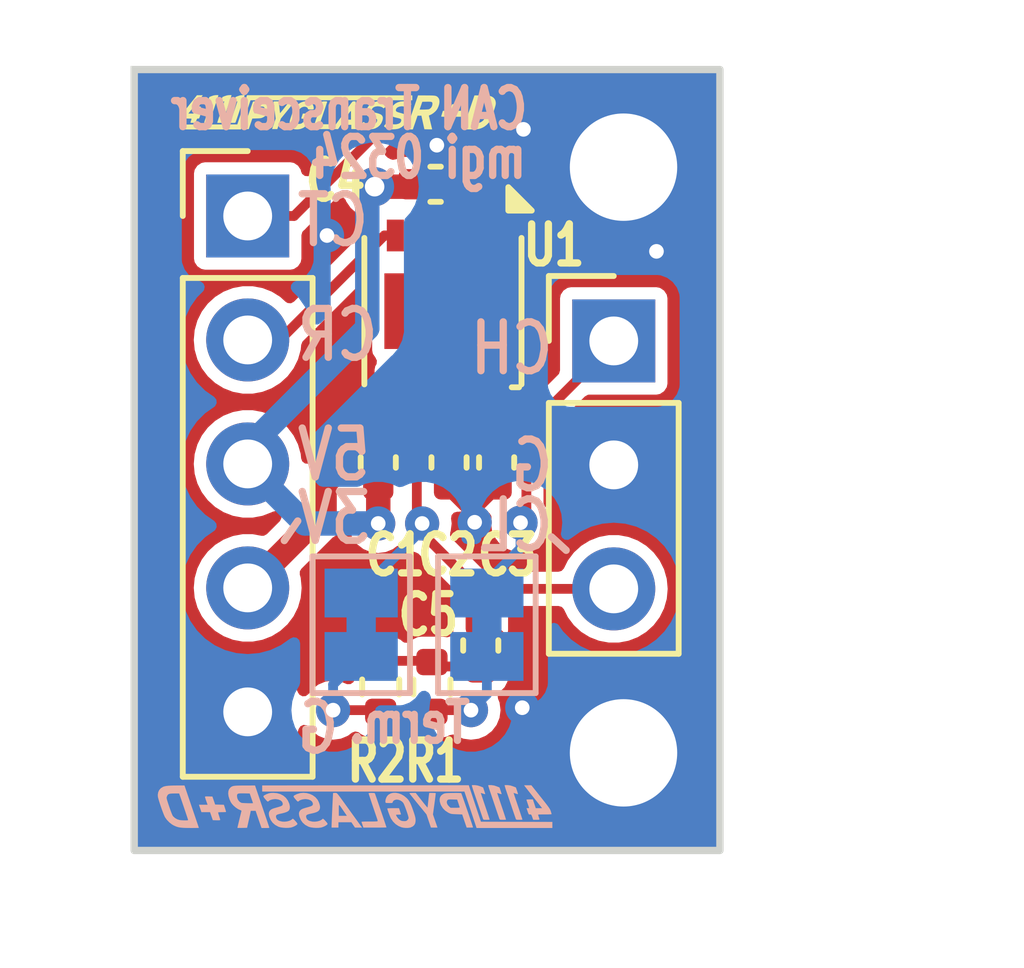
<source format=kicad_pcb>
(kicad_pcb (version 20221018) (generator pcbnew)
  (layers (0 "F.Cu" signal) (31 "B.Cu" signal) (34 "B.Paste" user) (35 "F.Paste" user) (36 "B.SilkS" user "B.Silkscreen") (37 "F.SilkS" user "F.Silkscreen") (38 "B.Mask" user) (39 "F.Mask" user) (44 "Edge.Cuts" user))
  (net 0 "")
  (net 1 "+4V")
  (net 2 "+3V3")
  (net 3 "GND")
  (net 4 "/CAN_TX")
  (net 5 "/CAN_RX")
  (net 6 "Net-(JP1-A)")
  (net 7 "Net-(JP2-B)")
  (net 8 "Net-(C5-Pad2)")
  (net 9 "/CL")
  (net 10 "/CH")
  (footprint "Package_DFN_QFN:DFN-8-1EP_3x3mm_P0.65mm_EP1.55x2.4mm" (layer "F.Cu") (at 81.025 88.4 -90)
    (fp_text reference "U1" (at -1.35 -2.275 -180) (layer "F.SilkS") (effects (font (size 0.8 0.6))))
    (fp_text value "TJA1051TK-3")
    (pad "1" smd rect (at -1.55 -0.975 270) (size 0.65 0.35) (layers "F.Cu" "F.Paste" "F.Mask") (net 4 "/CAN_TX"))
    (pad "2" smd rect (at -1.55 -0.325 270) (size 0.65 0.35) (layers "F.Cu" "F.Paste" "F.Mask") (net 3 "GND"))
    (pad "3" smd rect (at -1.55 0.325 270) (size 0.65 0.35) (layers "F.Cu" "F.Paste" "F.Mask") (net 1 "+4V"))
    (pad "4" smd rect (at -1.55 0.975 270) (size 0.65 0.35) (layers "F.Cu" "F.Paste" "F.Mask") (net 5 "/CAN_RX"))
    (pad "5" smd rect (at 1.55 0.975 270) (size 0.65 0.35) (layers "F.Cu" "F.Paste" "F.Mask") (net 2 "+3V3"))
    (pad "6" smd rect (at 1.55 0.325 270) (size 0.65 0.35) (layers "F.Cu" "F.Paste" "F.Mask") (net 9 "/CL"))
    (pad "7" smd rect (at 1.55 -0.325 270) (size 0.65 0.35) (layers "F.Cu" "F.Paste" "F.Mask") (net 10 "/CH"))
    (pad "8" smd rect (at 1.55 -0.975 270) (size 0.65 0.35) (layers "F.Cu" "F.Paste" "F.Mask") (net 3 "GND"))
    (pad "9" smd rect (at 0 0 270) (size 1.55 2.4) (layers "F.Cu" "F.Mask") (net 3 "GND"))
  )
  (footprint "MountingHole:MountingHole_2.2mm_M2" (layer "F.Cu") (at 84.725 85.45)
    (fp_text reference "H1" hide)
    (fp_text value "MountingHole" hide)
    (pad "" thru_hole circle (at 0 0) (size 2.6 2.6) (drill 2.2) (layers "*.Cu" "*.Mask") (net 3 "GND"))
  )
  (footprint "Library:spyglass08" (layer "F.Cu") (at 78.991352 85.07671)
    (fp_text reference "G***" hide)
    (fp_text value "LOGO" hide)
  )
  (footprint "Resistor_SMD:R_0402_1005Metric" (layer "F.Cu") (at 79.75 96.1 -90)
    (fp_text reference "R2" (at 1.525 0.075 -180) (layer "F.SilkS") (effects (font (size 0.8 0.6))))
    (fp_text value "60")
    (pad "1" smd roundrect (at -0.51 0 270) (size 0.54 0.64) (layers "F.Cu" "F.Paste" "F.Mask") (net 8 "Net-(C5-Pad2)"))
    (pad "2" smd roundrect (at 0.51 0 270) (size 0.54 0.64) (layers "F.Cu" "F.Paste" "F.Mask") (net 7 "Net-(JP2-B)"))
  )
  (footprint "Capacitor_SMD:C_0402_1005Metric" (layer "F.Cu") (at 81.8 95.25 -90)
    (fp_text reference "C5" (at -0.625 1.075 -180) (layer "F.SilkS") (effects (font (size 0.8 0.6))))
    (fp_text value "4n7")
    (pad "1" smd roundrect (at -0.48 0 270) (size 0.56 0.62) (layers "F.Cu" "F.Paste" "F.Mask") (net 3 "GND"))
    (pad "2" smd roundrect (at 0.48 0 270) (size 0.56 0.62) (layers "F.Cu" "F.Paste" "F.Mask") (net 8 "Net-(C5-Pad2)"))
  )
  (footprint "Capacitor_SMD:C_0402_1005Metric" (layer "F.Cu") (at 82.125 91.5 -90)
    (fp_text reference "C3" (at 1.9 -0.225 -180) (layer "F.SilkS") (effects (font (size 0.8 0.6))))
    (fp_text value "100p")
    (pad "1" smd roundrect (at -0.48 0 270) (size 0.56 0.62) (layers "F.Cu" "F.Paste" "F.Mask") (net 10 "/CH"))
    (pad "2" smd roundrect (at 0.48 0 270) (size 0.56 0.62) (layers "F.Cu" "F.Paste" "F.Mask") (net 3 "GND"))
  )
  (footprint "Connector_PinHeader_2.54mm:PinHeader_1x03_P2.54mm_Vertical" (layer "F.Cu") (at 84.525 89.01)
    (fp_text reference "J2" hide)
    (fp_text value "Conn_01x03_Pin")
    (pad "1" thru_hole rect (at 0 0) (size 1.7 1.7) (drill 1) (layers "*.Cu" "*.Mask") (net 10 "/CH"))
    (pad "2" thru_hole oval (at 0 2.54) (size 1.7 1.7) (drill 1) (layers "*.Cu" "*.Mask") (net 3 "GND"))
    (pad "3" thru_hole oval (at 0 5.08) (size 1.7 1.7) (drill 1) (layers "*.Cu" "*.Mask") (net 9 "/CL"))
  )
  (footprint "Capacitor_SMD:C_0402_1005Metric" (layer "F.Cu") (at 79.7 91.5 90)
    (fp_text reference "C1" (at -1.9 0.35 180) (layer "F.SilkS") (effects (font (size 0.8 0.6))))
    (fp_text value "100n")
    (pad "1" smd roundrect (at -0.48 0 90) (size 0.56 0.62) (layers "F.Cu" "F.Paste" "F.Mask") (net 1 "+4V"))
    (pad "2" smd roundrect (at 0.48 0 90) (size 0.56 0.62) (layers "F.Cu" "F.Paste" "F.Mask") (net 2 "+3V3"))
  )
  (footprint "Resistor_SMD:R_0402_1005Metric" (layer "F.Cu") (at 80.8 96.1 90)
    (fp_text reference "R1" (at -1.525 0.05 180) (layer "F.SilkS") (effects (font (size 0.8 0.6))))
    (fp_text value "60")
    (pad "1" smd roundrect (at -0.51 0 90) (size 0.54 0.64) (layers "F.Cu" "F.Paste" "F.Mask") (net 6 "Net-(JP1-A)"))
    (pad "2" smd roundrect (at 0.51 0 90) (size 0.54 0.64) (layers "F.Cu" "F.Paste" "F.Mask") (net 8 "Net-(C5-Pad2)"))
  )
  (footprint "Connector_PinHeader_2.54mm:PinHeader_1x05_P2.54mm_Vertical" (layer "F.Cu") (at 77.025 86.45)
    (fp_text reference "J1" hide)
    (fp_text value "Conn_01x05_Pin" hide)
    (pad "1" thru_hole rect (at 0 0) (size 1.7 1.7) (drill 1) (layers "*.Cu" "*.Mask") (net 4 "/CAN_TX"))
    (pad "2" thru_hole oval (at 0 2.54) (size 1.7 1.7) (drill 1) (layers "*.Cu" "*.Mask") (net 5 "/CAN_RX"))
    (pad "3" thru_hole oval (at 0 5.08) (size 1.7 1.7) (drill 1) (layers "*.Cu" "*.Mask") (net 1 "+4V"))
    (pad "4" thru_hole oval (at 0 7.62) (size 1.7 1.7) (drill 1) (layers "*.Cu" "*.Mask") (net 2 "+3V3"))
    (pad "5" thru_hole oval (at 0 10.16) (size 1.7 1.7) (drill 1) (layers "*.Cu" "*.Mask") (net 3 "GND"))
  )
  (footprint "Capacitor_SMD:C_0402_1005Metric" (layer "F.Cu") (at 81.15 91.5 -90)
    (fp_text reference "C2" (at 1.9 0.025 -180) (layer "F.SilkS") (effects (font (size 0.8 0.6))))
    (fp_text value "100p")
    (pad "1" smd roundrect (at -0.48 0 270) (size 0.56 0.62) (layers "F.Cu" "F.Paste" "F.Mask") (net 9 "/CL"))
    (pad "2" smd roundrect (at 0.48 0 270) (size 0.56 0.62) (layers "F.Cu" "F.Paste" "F.Mask") (net 3 "GND"))
  )
  (footprint "Capacitor_SMD:C_0402_1005Metric" (layer "F.Cu") (at 80.875 85.8)
    (fp_text reference "C4" (at -2.05 -0.075) (layer "F.SilkS") (effects (font (size 0.8 0.6))))
    (fp_text value "100n")
    (pad "1" smd roundrect (at -0.48 0) (size 0.56 0.62) (layers "F.Cu" "F.Paste" "F.Mask") (net 1 "+4V"))
    (pad "2" smd roundrect (at 0.48 0) (size 0.56 0.62) (layers "F.Cu" "F.Paste" "F.Mask") (net 3 "GND"))
  )
  (footprint "MountingHole:MountingHole_2.2mm_M2" (layer "F.Cu") (at 84.725 97.45)
    (fp_text reference "H2" hide)
    (fp_text value "MountingHole")
    (pad "" thru_hole circle (at 0 0) (size 2.6 2.6) (drill 2.2) (layers "*.Cu" "*.Mask") (net 3 "GND"))
  )
  (footprint "Jumper:SolderJumper-2_P1.3mm_Bridged_Pad1.0x1.5mm" (layer "B.Cu") (at 81.925 94.825 90)
    (fp_text reference "JP1" hide)
    (fp_text value "CAN Termination")
    (fp_poly (pts (xy -0.25 0.3) (xy 0.25 0.3) (xy 0.25 -0.3) (xy -0.25 -0.3)) (fill solid) (layer "B.Cu"))
    (pad "1" smd rect (at -0.65 0 90) (size 1 1.5) (layers "B.Cu" "B.Mask") (net 6 "Net-(JP1-A)"))
    (pad "2" smd rect (at 0.65 0 90) (size 1 1.5) (layers "B.Cu" "B.Mask") (net 10 "/CH"))
  )
  (footprint "Library:spyglass10" (layer "B.Cu") (at 79.079551 99.489511 180)
    (fp_text reference "G***" hide)
    (fp_text value "LOGO" hide)
  )
  (footprint "Jumper:SolderJumper-2_P1.3mm_Bridged_Pad1.0x1.5mm" (layer "B.Cu") (at 79.35 94.825 -90)
    (fp_text reference "JP2" hide)
    (fp_text value "CAN Termination")
    (fp_poly (pts (xy -0.25 0.3) (xy 0.25 0.3) (xy 0.25 -0.3) (xy -0.25 -0.3)) (fill solid) (layer "B.Cu"))
    (pad "1" smd rect (at -0.65 0 270) (size 1 1.5) (layers "B.Cu" "B.Mask") (net 9 "/CL"))
    (pad "2" smd rect (at 0.65 0 270) (size 1 1.5) (layers "B.Cu" "B.Mask") (net 7 "Net-(JP2-B)"))
  )
  (gr_line (start 83.25 93.025) (end 83.55 93.3) (stroke (width 0.15)) (layer "B.SilkS"))
  (gr_line (start 78.05 92.7) (end 77.775 93.1) (stroke (width 0.15)) (layer "B.SilkS"))
  (gr_rect (start 74.7 83.45) (end 86.7 99.45) (stroke (width 0.15)) (fill none) (layer "Edge.Cuts"))
  (gr_text "G" (at 78.965476 97.525) (layer "B.SilkS") (effects (font (size 1 0.8)) (justify left bottom mirror)))
  (gr_text "3V" (at 79.613095 93.225) (layer "B.SilkS") (effects (font (size 1 0.8)) (justify left bottom mirror)))
  (gr_text "CR" (at 79.765476 89.475) (layer "B.SilkS") (effects (font (size 1 0.8)) (justify left bottom mirror)))
  (gr_text "Term." (at 81.65 97.3) (layer "B.SilkS") (effects (font (size 0.8 0.6)) (justify left bottom mirror)))
  (gr_text "CH" (at 83.35 89.75) (layer "B.SilkS") (effects (font (size 1 0.8)) (justify left bottom mirror)))
  (gr_text "CT" (at 79.575 87.125) (layer "B.SilkS") (effects (font (size 1 0.8)) (justify left bottom mirror)))
  (gr_text "CAN Transceiver" (at 82.825 84.725) (layer "B.SilkS") (effects (font (size 0.8 0.6)) (justify left bottom mirror)))
  (gr_text "CL" (at 83.35 93.375) (layer "B.SilkS") (effects (font (size 1 0.8)) (justify left bottom mirror)))
  (gr_text "5V" (at 79.613095 91.925) (layer "B.SilkS") (effects (font (size 1 0.8)) (justify left bottom mirror)))
  (gr_text "mgi 0324" (at 82.8 85.725) (layer "B.SilkS") (effects (font (size 0.8 0.6)) (justify left bottom mirror)))
  (gr_text "G" (at 83.35 92.15) (layer "B.SilkS") (effects (font (size 1 0.8)) (justify left bottom mirror)))
  (segment (start 80.345 85.85) (end 80.395 85.8) (width 0.5) (layer "F.Cu") (net 1))
  (segment (start 79.7 92.748857) (end 79.7 91.98) (width 0.5) (layer "F.Cu") (net 1))
  (segment (start 77.025 91.53) (end 77.025 91.097182) (width 0.5) (layer "F.Cu") (net 1))
  (segment (start 79.625 85.85) (end 80.345 85.85) (width 0.5) (layer "F.Cu") (net 1))
  (segment (start 80.395 85.8) (end 80.560001 85.8) (width 0.3) (layer "F.Cu") (net 1))
  (segment (start 80.7 85.939999) (end 80.7 86.85) (width 0.3) (layer "F.Cu") (net 1))
  (segment (start 77.025 91.53) (end 76.83 91.53) (width 0.5) (layer "F.Cu") (net 1))
  (segment (start 80.560001 85.8) (end 80.7 85.939999) (width 0.3) (layer "F.Cu") (net 1))
  (segment (start 79.698857 92.75) (end 79.7 92.748857) (width 0.5) (layer "F.Cu") (net 1))
  (via (at 79.698857 92.75) (size 0.7) (drill 0.3) (layers "F.Cu" "B.Cu") (net 1))
  (via (at 79.625 85.85) (size 0.8) (drill 0.4) (layers "F.Cu" "B.Cu") (net 1))
  (segment (start 79.625 85.85) (end 79.475 86) (width 0.5) (layer "B.Cu") (net 1))
  (segment (start 78.2 92.75) (end 79.698857 92.75) (width 0.5) (layer "B.Cu") (net 1))
  (segment (start 77.025 91.575) (end 78.2 92.75) (width 0.5) (layer "B.Cu") (net 1))
  (segment (start 77.025 91.2) (end 77.025 91.53) (width 0.5) (layer "B.Cu") (net 1))
  (segment (start 77.025 91.53) (end 77.025 91.575) (width 0.5) (layer "B.Cu") (net 1))
  (segment (start 79.475 86) (end 79.475 88.75) (width 0.5) (layer "B.Cu") (net 1))
  (segment (start 79.475 88.75) (end 77.025 91.2) (width 0.5) (layer "B.Cu") (net 1))
  (segment (start 80.05 90.67) (end 79.7 91.02) (width 0.3) (layer "F.Cu") (net 2))
  (segment (start 80.05 89.95) (end 80.05 90.67) (width 0.3) (layer "F.Cu") (net 2))
  (segment (start 77.025 94.07) (end 78.545 92.55) (width 0.5) (layer "F.Cu") (net 2))
  (segment (start 79.511734 91.02) (end 79.7 91.02) (width 0.5) (layer "F.Cu") (net 2))
  (segment (start 78.6 91.931734) (end 79.511734 91.02) (width 0.5) (layer "F.Cu") (net 2))
  (segment (start 78.545 92.55) (end 78.6 92.55) (width 0.5) (layer "F.Cu") (net 2))
  (segment (start 78.6 92.55) (end 78.6 91.931734) (width 0.5) (layer "F.Cu") (net 2))
  (segment (start 82.65 96.525002) (end 82.65 95.573154) (width 0.3) (layer "F.Cu") (net 3))
  (segment (start 80.9 85) (end 81.355 85.455) (width 0.3) (layer "F.Cu") (net 3))
  (segment (start 82.125 91.98) (end 81.675 92.43) (width 0.3) (layer "F.Cu") (net 3))
  (segment (start 82 89.375) (end 82 89.95) (width 0.3) (layer "F.Cu") (net 3))
  (segment (start 81.025 88.4) (end 82 89.375) (width 0.3) (layer "F.Cu") (net 3))
  (segment (start 81.35 86.85) (end 81.35 88.075) (width 0.3) (layer "F.Cu") (net 3))
  (segment (start 82.65 95.573154) (end 81.846846 94.77) (width 0.3) (layer "F.Cu") (net 3))
  (segment (start 81.355 85.8) (end 81.35 85.805) (width 0.3) (layer "F.Cu") (net 3))
  (segment (start 81.355 85.455) (end 81.355 85.8) (width 0.3) (layer "F.Cu") (net 3))
  (segment (start 81.846846 94.77) (end 81.8 94.77) (width 0.3) (layer "F.Cu") (net 3))
  (segment (start 81.675 92.43) (end 81.675 92.555) (width 0.3) (layer "F.Cu") (net 3))
  (segment (start 81.35 88.075) (end 81.025 88.4) (width 0.3) (layer "F.Cu") (net 3))
  (segment (start 81.675 92.555) (end 81.15 92.03) (width 0.3) (layer "F.Cu") (net 3))
  (segment (start 81.35 85.805) (end 81.35 86.85) (width 0.3) (layer "F.Cu") (net 3))
  (via (at 81.675 92.725) (size 0.7) (drill 0.3) (layers "F.Cu" "B.Cu") (net 3))
  (via (at 82.675 84.675) (size 0.7) (drill 0.3) (layers "F.Cu" "B.Cu") (net 3))
  (via (at 78.65 86.85) (size 0.7) (drill 0.3) (layers "F.Cu" "B.Cu") (net 3))
  (via (at 80.9 85) (size 0.7) (drill 0.3) (layers "F.Cu" "B.Cu") (net 3))
  (via (at 82.65 96.525002) (size 0.7) (drill 0.3) (layers "F.Cu" "B.Cu") (net 3))
  (via (at 85.4 87.175) (size 0.7) (drill 0.3) (layers "F.Cu" "B.Cu") (net 3))
  (segment (start 77.975 86.45) (end 80.075 84.35) (width 0.2) (layer "F.Cu") (net 4))
  (segment (start 77.025 86.45) (end 77.975 86.45) (width 0.2) (layer "F.Cu") (net 4))
  (segment (start 80.075 84.35) (end 81.175 84.35) (width 0.2) (layer "F.Cu") (net 4))
  (segment (start 81.175 84.35) (end 82 85.175) (width 0.2) (layer "F.Cu") (net 4))
  (segment (start 82 85.175) (end 82 86.85) (width 0.2) (layer "F.Cu") (net 4))
  (segment (start 77.475 86) (end 77.025 86.45) (width 0.2) (layer "B.Cu") (net 4))
  (segment (start 79.825 86.85) (end 80.05 86.85) (width 0.2) (layer "F.Cu") (net 5))
  (segment (start 77.685 88.99) (end 79.825 86.85) (width 0.2) (layer "F.Cu") (net 5))
  (segment (start 77.025 88.99) (end 77.685 88.99) (width 0.2) (layer "F.Cu") (net 5))
  (segment (start 81.6 96.575) (end 80.715 96.575) (width 0.2) (layer "F.Cu") (net 6))
  (segment (start 80.715 96.575) (end 80.7 96.59) (width 0.2) (layer "F.Cu") (net 6))
  (via (at 81.6 96.575) (size 0.7) (drill 0.3) (layers "F.Cu" "B.Cu") (net 6))
  (segment (start 81.925 95.475) (end 81.925 96.25) (width 0.2) (layer "B.Cu") (net 6))
  (segment (start 81.925 96.25) (end 81.6 96.575) (width 0.2) (layer "B.Cu") (net 6))
  (segment (start 78.775 96.575) (end 79.66 96.575) (width 0.2) (layer "F.Cu") (net 7))
  (segment (start 79.66 96.575) (end 79.675 96.59) (width 0.2) (layer "F.Cu") (net 7))
  (via (at 78.775 96.575) (size 0.7) (drill 0.3) (layers "F.Cu" "B.Cu") (net 7))
  (segment (start 78.775 96.05) (end 78.775 96.575) (width 0.2) (layer "B.Cu") (net 7))
  (segment (start 79.35 95.475) (end 78.775 96.05) (width 0.2) (layer "B.Cu") (net 7))
  (segment (start 80.89 95.68) (end 81.69 95.68) (width 0.2) (layer "F.Cu") (net 8))
  (segment (start 79.75 95.565) (end 80.775 95.565) (width 0.2) (layer "F.Cu") (net 8))
  (segment (start 81.69 95.68) (end 81.795 95.575) (width 0.2) (layer "F.Cu") (net 8))
  (segment (start 80.8 95.59) (end 80.89 95.68) (width 0.2) (layer "F.Cu") (net 8))
  (segment (start 80.775 95.565) (end 80.8 95.59) (width 0.2) (layer "F.Cu") (net 8))
  (segment (start 80.59886 92.94886) (end 81.74 94.09) (width 0.2) (layer "F.Cu") (net 9))
  (segment (start 80.49 92.64114) (end 80.49 91.535) (width 0.2) (layer "F.Cu") (net 9))
  (segment (start 80.7 90.62) (end 80.7 89.95) (width 0.2) (layer "F.Cu") (net 9))
  (segment (start 81.0525 90.9725) (end 80.7 90.62) (width 0.2) (layer "F.Cu") (net 9))
  (segment (start 81.74 94.09) (end 84.575 94.09) (width 0.2) (layer "F.Cu") (net 9))
  (segment (start 80.59886 92.75) (end 80.59886 92.94886) (width 0.2) (layer "F.Cu") (net 9))
  (segment (start 80.59886 92.75) (end 80.49 92.64114) (width 0.2) (layer "F.Cu") (net 9))
  (segment (start 80.49 91.535) (end 81.0525 90.9725) (width 0.2) (layer "F.Cu") (net 9))
  (via (at 80.59886 92.75) (size 0.7) (drill 0.3) (layers "F.Cu" "B.Cu") (net 9))
  (segment (start 80.59886 92.75) (end 80.59886 92.60114) (width 0.2) (layer "B.Cu") (net 9))
  (segment (start 79.35 94.125) (end 79.35 94.175) (width 0.2) (layer "B.Cu") (net 9))
  (segment (start 80.59886 92.87614) (end 79.35 94.125) (width 0.2) (layer "B.Cu") (net 9))
  (segment (start 80.59886 92.75) (end 80.59886 92.87614) (width 0.2) (layer "B.Cu") (net 9))
  (segment (start 81.35 90.245) (end 82.125 91.02) (width 0.2) (layer "F.Cu") (net 10))
  (segment (start 82.735 92.613675) (end 82.735 91.63) (width 0.2) (layer "F.Cu") (net 10))
  (segment (start 82.615121 92.733554) (end 82.735 92.613675) (width 0.2) (layer "F.Cu") (net 10))
  (segment (start 81.35 89.95) (end 81.35 90.245) (width 0.2) (layer "F.Cu") (net 10))
  (segment (start 82.735 91.63) (end 82.125 91.02) (width 0.2) (layer "F.Cu") (net 10))
  (segment (start 82.125 91.02) (end 82.565 91.02) (width 0.2) (layer "F.Cu") (net 10))
  (segment (start 82.565 91.02) (end 84.575 89.01) (width 0.2) (layer "F.Cu") (net 10))
  (via (at 82.615121 92.733554) (size 0.7) (drill 0.3) (layers "F.Cu" "B.Cu") (net 10))
  (segment (start 81.925 93.95) (end 81.925 94.175) (width 0.2) (layer "B.Cu") (net 10))
  (segment (start 82.615121 93.259879) (end 81.925 93.95) (width 0.2) (layer "B.Cu") (net 10))
  (segment (start 82.615121 92.733554) (end 82.615121 93.259879) (width 0.2) (layer "B.Cu") (net 10))
  (zone (net 3) (net_name "GND") (layer "F.Cu") (priority 1) (connect_pads no (clearance 0.25)) (min_thickness 0.25) (fill yes (thermal_gap 0.5) (thermal_bridge_width 0.5) (island_removal_mode 2) (island_area_min 10))
    (polygon (pts (xy 72.175 82.025) (xy 71.95 101.5) (xy 92.25 101.875) (xy 92.95 82.8)))
  )
  (zone (net 3) (net_name "GND") (layer "B.Cu") (name "GND Back") (priority 1) (connect_pads yes (clearance 0.5)) (min_thickness 0.25) (fill yes (thermal_gap 0.5) (thermal_bridge_width 0.5))
    (polygon (pts (xy 72.275 82.075) (xy 72.175 101.325) (xy 92.1 101.75) (xy 92.775 83)))
  )
)
</source>
